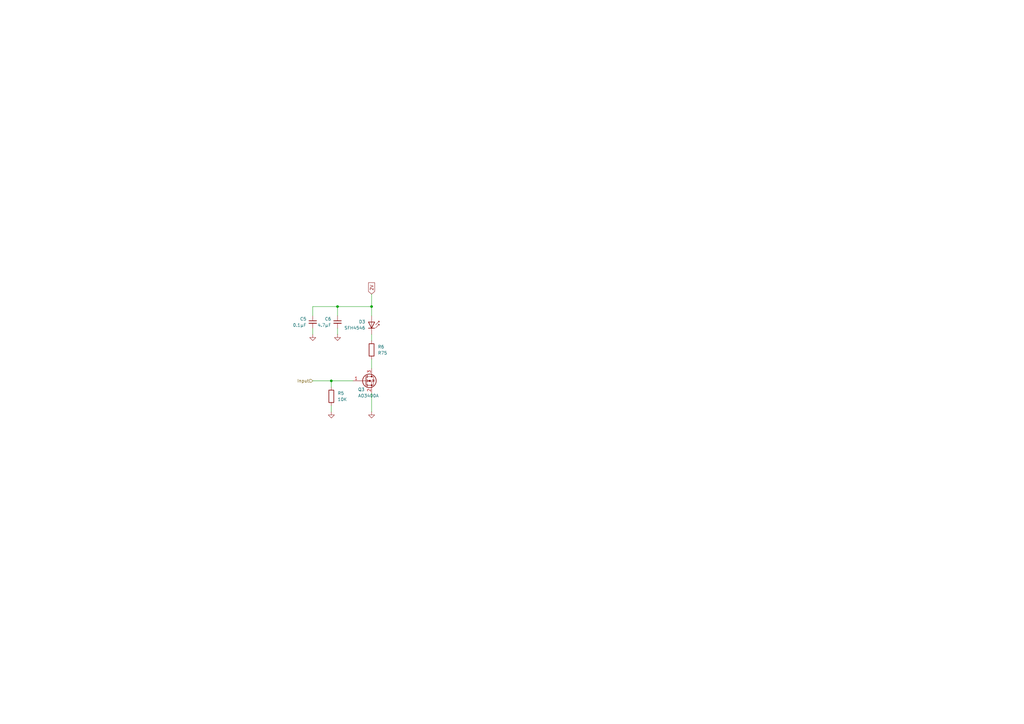
<source format=kicad_sch>
(kicad_sch (version 20250114) (generator "eeschema") (generator_version "9.0")
  (paper "A3")
  (title_block (title "Rabosa_Bot") (rev "1.0") (company "XorvaLabs"))
  (lib_symbols
    (symbol "Device:C_Small" (pin_numbers (hide yes)) (pin_names (offset 0.254) (hide yes))
      (property "Reference" "C" (at 0.254 1.778 0))
      (property "Value" "C_Small" (at 0.254 -2.032 0))
      (symbol "C_Small_0_1"
        (polyline (pts (xy -1.524 0.508) (xy 1.524 0.508)) (stroke (width 0.3048)))
        (polyline (pts (xy -1.524 -0.508) (xy 1.524 -0.508)) (stroke (width 0.3302)))
      )
      (symbol "C_Small_1_1"
        (pin passive line (at 0 2.54 270) (length 2.032) (name "~") (number "1"))
        (pin passive line (at 0 -2.54 90) (length 2.032) (name "~") (number "2"))
      )
    )
    (symbol "Device:R" (pin_numbers (hide yes)) (pin_names (offset 0))
      (property "Reference" "R" (at 2.032 0 90))
      (property "Value" "R" (at 0 0 90))
      (symbol "R_0_1"
        (rectangle (start -1.016 -2.54) (end 1.016 2.54) (stroke (width 0.254)))
      )
      (symbol "R_1_1"
        (pin passive line (at 0 3.81 270) (length 1.27) (name "~") (number "1"))
        (pin passive line (at 0 -3.81 90) (length 1.27) (name "~") (number "2"))
      )
    )
    (symbol "LED:SFH4546" (pin_numbers (hide yes)) (pin_names (offset 1.016) (hide yes))
      (property "Reference" "D" (at 0.508 1.778 0))
      (property "Value" "SFH4546" (at -1.016 -2.794 0))
      (symbol "SFH4546_0_1"
        (polyline (pts (xy -2.54 1.27) (xy -2.54 -1.27)) (stroke (width 0.254)))
        (polyline (pts (xy -2.413 1.651) (xy -0.889 3.175) (xy -0.889 2.667) (xy -0.889 3.175) (xy -1.397 3.175)))
        (polyline (pts (xy -1.143 1.651) (xy 0.381 3.175) (xy 0.381 2.667)))
        (polyline (pts (xy 0 0) (xy -2.54 0)))
        (polyline (pts (xy 0 -1.27) (xy -2.54 0) (xy 0 1.27) (xy 0 -1.27)) (stroke (width 0.254)))
        (polyline (pts (xy 0.381 3.175) (xy -0.127 3.175)))
      )
      (symbol "SFH4546_1_1"
        (pin passive line (at -5.08 0 0) (length 2.54) (name "K") (number "1"))
        (pin passive line (at 2.54 0 180) (length 2.54) (name "A") (number "2"))
      )
    )
    (symbol "Transistor_FET:AO3400A" (pin_names (hide yes))
      (property "Reference" "Q" (at 5.08 1.905 0))
      (property "Value" "AO3400A" (at 5.08 0 0))
      (symbol "AO3400A_0_1"
        (polyline (pts (xy 0.254 1.905) (xy 0.254 -1.905)) (stroke (width 0.254)))
        (polyline (pts (xy 0.254 0) (xy -2.54 0)))
        (polyline (pts (xy 0.762 2.286) (xy 0.762 1.27)) (stroke (width 0.254)))
        (polyline (pts (xy 0.762 0.508) (xy 0.762 -0.508)) (stroke (width 0.254)))
        (polyline (pts (xy 0.762 -1.27) (xy 0.762 -2.286)) (stroke (width 0.254)))
        (polyline (pts (xy 0.762 -1.778) (xy 3.302 -1.778) (xy 3.302 1.778) (xy 0.762 1.778)))
        (polyline (pts (xy 1.016 0) (xy 2.032 0.381) (xy 2.032 -0.381) (xy 1.016 0)) (fill (type outline)))
        (circle (center 1.651 0) (radius 2.794) (stroke (width 0.254)))
        (polyline (pts (xy 2.54 2.54) (xy 2.54 1.778)))
        (circle (center 2.54 1.778) (radius 0.254) (fill (type outline)))
        (circle (center 2.54 -1.778) (radius 0.254) (fill (type outline)))
        (polyline (pts (xy 2.54 -2.54) (xy 2.54 0) (xy 0.762 0)))
        (polyline (pts (xy 2.794 0.508) (xy 2.921 0.381) (xy 3.683 0.381) (xy 3.81 0.254)))
        (polyline (pts (xy 3.302 0.381) (xy 2.921 -0.254) (xy 3.683 -0.254) (xy 3.302 0.381)))
      )
      (symbol "AO3400A_1_1"
        (pin input line (at -5.08 0 0) (length 2.54) (name "G") (number "1"))
        (pin passive line (at 2.54 5.08 270) (length 2.54) (name "D") (number "3"))
        (pin passive line (at 2.54 -5.08 90) (length 2.54) (name "S") (number "2"))
      )
    )
    (symbol "power:GND" (power) (pin_numbers (hide yes)) (pin_names (offset 0) (hide yes))
      (property "Value" "GND" (at 0 -3.81 0))
      (symbol "GND_0_1"
        (polyline (pts (xy 0 0) (xy 0 -1.27) (xy 1.27 -1.27) (xy 0 -2.54) (xy -1.27 -1.27) (xy 0 -1.27)))
      )
      (symbol "GND_1_1"
        (pin power_in line (at 0 0 270) (length 0) (name "~") (number "1"))
      )
    )
  )
  (junction (at 138.43 125.73))
  (junction (at 135.89 156.21))
  (junction (at 152.4 125.73))
  (wire (pts (xy 138.43 125.73) (xy 138.43 129.54)))
  (wire (pts (xy 128.27 134.62) (xy 128.27 137.16)))
  (wire (pts (xy 135.89 156.21) (xy 144.78 156.21)))
  (wire (pts (xy 152.4 125.73) (xy 152.4 129.54)))
  (wire (pts (xy 152.4 125.73) (xy 138.43 125.73)))
  (wire (pts (xy 128.27 156.21) (xy 135.89 156.21)))
  (wire (pts (xy 152.4 147.32) (xy 152.4 151.13)))
  (wire (pts (xy 152.4 161.29) (xy 152.4 168.91)))
  (wire (pts (xy 152.4 137.16) (xy 152.4 139.7)))
  (wire (pts (xy 138.43 137.16) (xy 138.43 134.62)))
  (wire (pts (xy 135.89 156.21) (xy 135.89 158.75)))
  (wire (pts (xy 128.27 129.54) (xy 128.27 125.73)))
  (wire (pts (xy 135.89 166.37) (xy 135.89 168.91)))
  (wire (pts (xy 138.43 125.73) (xy 128.27 125.73)))
  (wire (pts (xy 152.4 120.65) (xy 152.4 125.73)))
  (global_label "2V" (shape input) (at 152.4 120.65 90) (property "Intersheetrefs" "${INTERSHEET_REFS}" (effects (hide yes))))
  (hierarchical_label "Input" (shape input) (at 128.27 156.21 180))
  (symbol (lib_id "power:GND") (at 135.89 168.91 0) (unit 1)
    (property "Reference" "#PWR02" (effects (hide yes)))
    (property "Value" "GND" (effects (hide yes)))
    (property "Description" "Power symbol creates a global label with name \"GND\" , ground" (effects (hide yes)))
    (instances (project "Rabosa" (path "" (reference "#PWR010") (unit 1)) (path "" (reference "#PWR018") (unit 1)) (path "" (reference "#PWR02") (unit 1)) (path "" (reference "#PWR06") (unit 1))))
  )
  (symbol (lib_id "power:GND") (at 128.27 137.16 0) (unit 1)
    (property "Reference" "#PWR01" (effects (hide yes)))
    (property "Value" "GND" (effects (hide yes)))
    (property "Description" "Power symbol creates a global label with name \"GND\" , ground" (effects (hide yes)))
    (instances (project "Rabosa" (path "" (reference "#PWR09") (unit 1)) (path "" (reference "#PWR017") (unit 1)) (path "" (reference "#PWR01") (unit 1)) (path "" (reference "#PWR05") (unit 1))))
  )
  (symbol (lib_id "power:GND") (at 152.4 168.91 0) (unit 1)
    (property "Reference" "#PWR04" (effects (hide yes)))
    (property "Value" "GND" (effects (hide yes)))
    (property "Description" "Power symbol creates a global label with name \"GND\" , ground" (effects (hide yes)))
    (instances (project "Rabosa" (path "" (reference "#PWR012") (unit 1)) (path "" (reference "#PWR020") (unit 1)) (path "" (reference "#PWR04") (unit 1)) (path "" (reference "#PWR08") (unit 1))))
  )
  (symbol (lib_id "LED:SFH4546") (at 152.4 132.08 270) (mirror x) (unit 1)
    (property "Reference" "D1" (at 149.86 131.9529 90) (effects (justify right)))
    (property "Value" "SFH4546" (at 149.86 134.4929 90) (effects (justify right)))
    (property "Footprint" "LED_THT:LED_D5.0mm_IRGrey" (effects (hide yes)))
    (property "Datasheet" "http://www.osram-os.com/Graphics/XPic1/00101982_0.pdf" (effects (hide yes)))
    (property "Description" "High-Power IR LED 940nm" (effects (hide yes)))
    (instances (project "Rabosa" (path "" (reference "D3") (unit 1)) (path "" (reference "D5") (unit 1)) (path "" (reference "D1") (unit 1)) (path "" (reference "D2") (unit 1))))
  )
  (symbol (lib_id "Transistor_FET:AO3400A") (at 149.86 156.21 0) (unit 1)
    (property "Reference" "Q1" (at 146.812 159.766 0) (effects (justify left)))
    (property "Value" "AO3400A" (at 146.812 162.306 0) (effects (justify left)))
    (property "Footprint" "Package_TO_SOT_SMD:SOT-23" (effects (hide yes)))
    (property "Datasheet" "http://www.aosmd.com/pdfs/datasheet/AO3400A.pdf" (effects (hide yes)))
    (property "Description" "30V Vds, 5.7A Id, N-Channel MOSFET, SOT-23" (effects (hide yes)))
    (property "Link compra" "https://www.digikey.es/es/products/detail/alpha-omega-semiconductor-inc/AO3400A/1855772" (effects (hide yes)))
    (instances (project "Rabosa" (path "" (reference "Q3") (unit 1)) (path "" (reference "Q5") (unit 1)) (path "" (reference "Q1") (unit 1)) (path "" (reference "Q2") (unit 1))))
  )
  (symbol (lib_id "Device:C_Small") (at 128.27 132.08 0) (mirror y) (unit 1)
    (property "Reference" "C1" (at 125.73 130.8162 0) (effects (justify left)))
    (property "Value" "0.1µF" (at 125.73 133.3562 0) (effects (justify left)))
    (property "Footprint" "Capacitor_SMD:C_0201_0603Metric" (effects (hide yes)))
    (property "Description" "Unpolarized capacitor, small symbol" (effects (hide yes)))
    (instances (project "Rabosa" (path "" (reference "C5") (unit 1)) (path "" (reference "C7") (unit 1)) (path "" (reference "C1") (unit 1)) (path "" (reference "C3") (unit 1))))
  )
  (symbol (lib_id "power:GND") (at 138.43 137.16 0) (unit 1)
    (property "Reference" "#PWR03" (effects (hide yes)))
    (property "Value" "GND" (effects (hide yes)))
    (property "Description" "Power symbol creates a global label with name \"GND\" , ground" (effects (hide yes)))
    (instances (project "Rabosa" (path "" (reference "#PWR011") (unit 1)) (path "" (reference "#PWR019") (unit 1)) (path "" (reference "#PWR03") (unit 1)) (path "" (reference "#PWR07") (unit 1))))
  )
  (symbol (lib_id "Device:C_Small") (at 138.43 132.08 0) (mirror y) (unit 1)
    (property "Reference" "C2" (at 135.89 130.8162 0) (effects (justify left)))
    (property "Value" "4.7µF" (at 135.89 133.3562 0) (effects (justify left)))
    (property "Footprint" "Capacitor_SMD:C_0201_0603Metric" (effects (hide yes)))
    (property "Description" "Unpolarized capacitor, small symbol" (effects (hide yes)))
    (instances (project "Rabosa" (path "" (reference "C6") (unit 1)) (path "" (reference "C8") (unit 1)) (path "" (reference "C2") (unit 1)) (path "" (reference "C4") (unit 1))))
  )
  (symbol (lib_id "Device:R") (at 135.89 162.56 0) (unit 1)
    (property "Reference" "R1" (at 138.43 161.2899 0) (effects (justify left)))
    (property "Value" "10K" (at 138.43 163.8299 0) (effects (justify left)))
    (property "Footprint" "Resistor_SMD:R_0201_0603Metric" (effects (hide yes)))
    (property "Description" "Resistor" (effects (hide yes)))
    (instances (project "Rabosa" (path "" (reference "R5") (unit 1)) (path "" (reference "R7") (unit 1)) (path "" (reference "R1") (unit 1)) (path "" (reference "R3") (unit 1))))
  )
  (symbol (lib_id "Device:R") (at 152.4 143.51 0) (unit 1)
    (property "Reference" "R2" (at 154.94 142.2399 0) (effects (justify left)))
    (property "Value" "R75" (at 154.94 144.7799 0) (effects (justify left)))
    (property "Footprint" "Resistor_SMD:R_0201_0603Metric" (effects (hide yes)))
    (property "Description" "Resistor" (effects (hide yes)))
    (instances (project "Rabosa" (path "" (reference "R6") (unit 1)) (path "" (reference "R8") (unit 1)) (path "" (reference "R2") (unit 1)) (path "" (reference "R4") (unit 1))))
  )
)
</source>
